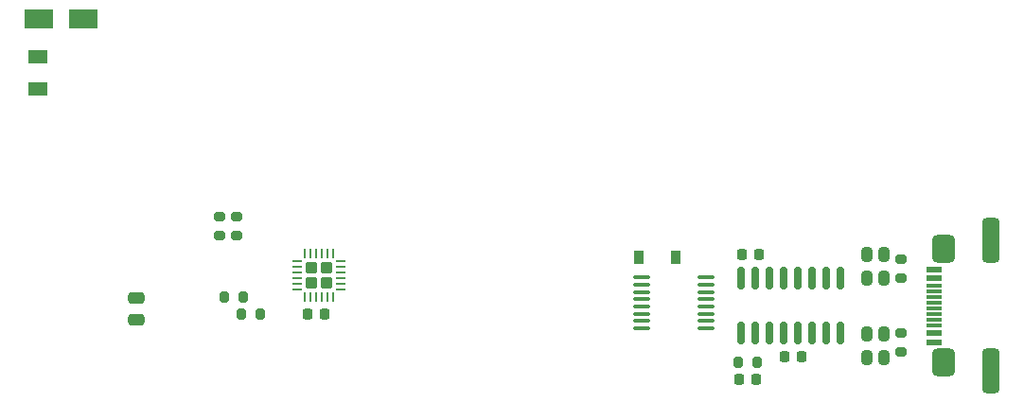
<source format=gbr>
%TF.GenerationSoftware,KiCad,Pcbnew,6.0.11+dfsg-1~bpo11+1*%
%TF.CreationDate,2024-03-25T23:47:07-04:00*%
%TF.ProjectId,Controller - ATTiny,436f6e74-726f-46c6-9c65-72202d204154,0.0.0*%
%TF.SameCoordinates,Original*%
%TF.FileFunction,Paste,Top*%
%TF.FilePolarity,Positive*%
%FSLAX46Y46*%
G04 Gerber Fmt 4.6, Leading zero omitted, Abs format (unit mm)*
G04 Created by KiCad (PCBNEW 6.0.11+dfsg-1~bpo11+1) date 2024-03-25 23:47:07*
%MOMM*%
%LPD*%
G01*
G04 APERTURE LIST*
G04 Aperture macros list*
%AMRoundRect*
0 Rectangle with rounded corners*
0 $1 Rounding radius*
0 $2 $3 $4 $5 $6 $7 $8 $9 X,Y pos of 4 corners*
0 Add a 4 corners polygon primitive as box body*
4,1,4,$2,$3,$4,$5,$6,$7,$8,$9,$2,$3,0*
0 Add four circle primitives for the rounded corners*
1,1,$1+$1,$2,$3*
1,1,$1+$1,$4,$5*
1,1,$1+$1,$6,$7*
1,1,$1+$1,$8,$9*
0 Add four rect primitives between the rounded corners*
20,1,$1+$1,$2,$3,$4,$5,0*
20,1,$1+$1,$4,$5,$6,$7,0*
20,1,$1+$1,$6,$7,$8,$9,0*
20,1,$1+$1,$8,$9,$2,$3,0*%
G04 Aperture macros list end*
%ADD10RoundRect,0.100000X-0.637500X-0.100000X0.637500X-0.100000X0.637500X0.100000X-0.637500X0.100000X0*%
%ADD11RoundRect,0.200000X-0.200000X-0.275000X0.200000X-0.275000X0.200000X0.275000X-0.200000X0.275000X0*%
%ADD12RoundRect,0.218750X-0.218750X-0.256250X0.218750X-0.256250X0.218750X0.256250X-0.218750X0.256250X0*%
%ADD13RoundRect,0.200000X-0.275000X0.200000X-0.275000X-0.200000X0.275000X-0.200000X0.275000X0.200000X0*%
%ADD14RoundRect,0.250000X-0.475000X0.250000X-0.475000X-0.250000X0.475000X-0.250000X0.475000X0.250000X0*%
%ADD15R,0.900000X1.200000*%
%ADD16RoundRect,0.225000X0.225000X0.250000X-0.225000X0.250000X-0.225000X-0.250000X0.225000X-0.250000X0*%
%ADD17R,1.730000X1.190000*%
%ADD18RoundRect,0.250000X0.275000X-0.275000X0.275000X0.275000X-0.275000X0.275000X-0.275000X-0.275000X0*%
%ADD19RoundRect,0.062500X0.062500X-0.350000X0.062500X0.350000X-0.062500X0.350000X-0.062500X-0.350000X0*%
%ADD20RoundRect,0.062500X0.350000X-0.062500X0.350000X0.062500X-0.350000X0.062500X-0.350000X-0.062500X0*%
%ADD21RoundRect,0.150000X0.150000X-0.825000X0.150000X0.825000X-0.150000X0.825000X-0.150000X-0.825000X0*%
%ADD22RoundRect,0.237500X-0.237500X0.400000X-0.237500X-0.400000X0.237500X-0.400000X0.237500X0.400000X0*%
%ADD23RoundRect,0.237500X0.237500X-0.400000X0.237500X0.400000X-0.237500X0.400000X-0.237500X-0.400000X0*%
%ADD24R,2.500000X1.800000*%
%ADD25RoundRect,0.225000X-0.225000X-0.250000X0.225000X-0.250000X0.225000X0.250000X-0.225000X0.250000X0*%
%ADD26RoundRect,0.200000X0.275000X-0.200000X0.275000X0.200000X-0.275000X0.200000X-0.275000X-0.200000X0*%
%ADD27R,1.450000X0.600000*%
%ADD28R,1.450000X0.300000*%
%ADD29RoundRect,0.400000X0.400000X-1.600000X0.400000X1.600000X-0.400000X1.600000X-0.400000X-1.600000X0*%
%ADD30RoundRect,0.525000X0.525000X-0.725000X0.525000X0.725000X-0.525000X0.725000X-0.525000X-0.725000X0*%
G04 APERTURE END LIST*
D10*
%TO.C,U502*%
X116263500Y-107199000D03*
X116263500Y-107849000D03*
X116263500Y-108499000D03*
X116263500Y-109149000D03*
X116263500Y-109799000D03*
X116263500Y-110449000D03*
X116263500Y-111099000D03*
X116263500Y-111749000D03*
X121988500Y-111749000D03*
X121988500Y-111099000D03*
X121988500Y-110449000D03*
X121988500Y-109799000D03*
X121988500Y-109149000D03*
X121988500Y-108499000D03*
X121988500Y-107849000D03*
X121988500Y-107199000D03*
%TD*%
D11*
%TO.C,R501*%
X124905000Y-114793500D03*
X126555000Y-114793500D03*
%TD*%
D12*
%TO.C,D502*%
X124942500Y-116332000D03*
X126517500Y-116332000D03*
%TD*%
D13*
%TO.C,R5*%
X139446000Y-112205000D03*
X139446000Y-113855000D03*
%TD*%
D14*
%TO.C,C2*%
X71000000Y-109050000D03*
X71000000Y-110950000D03*
%TD*%
D15*
%TO.C,D501*%
X115952000Y-105410000D03*
X119252000Y-105410000D03*
%TD*%
D11*
%TO.C,R3*%
X78931000Y-108966000D03*
X80581000Y-108966000D03*
%TD*%
D16*
%TO.C,C1*%
X87897000Y-110490000D03*
X86347000Y-110490000D03*
%TD*%
D17*
%TO.C,F1*%
X62176000Y-90350000D03*
X62176000Y-87450000D03*
%TD*%
D13*
%TO.C,R1*%
X78486000Y-101791000D03*
X78486000Y-103441000D03*
%TD*%
D11*
%TO.C,R4*%
X80455000Y-110490000D03*
X82105000Y-110490000D03*
%TD*%
D18*
%TO.C,U1*%
X86726000Y-107660000D03*
X86726000Y-106360000D03*
X88026000Y-107660000D03*
X88026000Y-106360000D03*
D19*
X86126000Y-108947500D03*
X86626000Y-108947500D03*
X87126000Y-108947500D03*
X87626000Y-108947500D03*
X88126000Y-108947500D03*
X88626000Y-108947500D03*
D20*
X89313500Y-108260000D03*
X89313500Y-107760000D03*
X89313500Y-107260000D03*
X89313500Y-106760000D03*
X89313500Y-106260000D03*
X89313500Y-105760000D03*
D19*
X88626000Y-105072500D03*
X88126000Y-105072500D03*
X87626000Y-105072500D03*
X87126000Y-105072500D03*
X86626000Y-105072500D03*
X86126000Y-105072500D03*
D20*
X85438500Y-105760000D03*
X85438500Y-106260000D03*
X85438500Y-106760000D03*
X85438500Y-107260000D03*
X85438500Y-107760000D03*
X85438500Y-108260000D03*
%TD*%
D21*
%TO.C,U501*%
X125095000Y-112203000D03*
X126365000Y-112203000D03*
X127635000Y-112203000D03*
X128905000Y-112203000D03*
X130175000Y-112203000D03*
X131445000Y-112203000D03*
X132715000Y-112203000D03*
X133985000Y-112203000D03*
X133985000Y-107253000D03*
X132715000Y-107253000D03*
X131445000Y-107253000D03*
X130175000Y-107253000D03*
X128905000Y-107253000D03*
X127635000Y-107253000D03*
X126365000Y-107253000D03*
X125095000Y-107253000D03*
%TD*%
D22*
%TO.C,D4*%
X137922000Y-112224000D03*
X137922000Y-114344000D03*
%TD*%
D13*
%TO.C,R2*%
X80010000Y-101791000D03*
X80010000Y-103441000D03*
%TD*%
D23*
%TO.C,D5*%
X137922000Y-107232000D03*
X137922000Y-105112000D03*
%TD*%
D24*
%TO.C,D1*%
X66262000Y-84074000D03*
X62262000Y-84074000D03*
%TD*%
D22*
%TO.C,D2*%
X136398000Y-112224000D03*
X136398000Y-114344000D03*
%TD*%
D25*
%TO.C,C501*%
X129019000Y-114300000D03*
X130569000Y-114300000D03*
%TD*%
D26*
%TO.C,R6*%
X139446000Y-107251000D03*
X139446000Y-105601000D03*
%TD*%
D27*
%TO.C,J1*%
X142355000Y-112978000D03*
X142355000Y-112178000D03*
D28*
X142355000Y-110978000D03*
X142355000Y-109978000D03*
X142355000Y-109478000D03*
X142355000Y-108478000D03*
D27*
X142355000Y-107278000D03*
X142355000Y-106478000D03*
X142355000Y-106478000D03*
X142355000Y-107278000D03*
D28*
X142355000Y-107978000D03*
X142355000Y-108978000D03*
X142355000Y-110478000D03*
X142355000Y-111478000D03*
D27*
X142355000Y-112178000D03*
X142355000Y-112978000D03*
D29*
X147450000Y-103881035D03*
D30*
X143281795Y-114824965D03*
X143281795Y-104631035D03*
D29*
X147450000Y-115574965D03*
%TD*%
D23*
%TO.C,D3*%
X136398000Y-107232000D03*
X136398000Y-105112000D03*
%TD*%
D25*
%TO.C,C502*%
X125209000Y-105156000D03*
X126759000Y-105156000D03*
%TD*%
M02*

</source>
